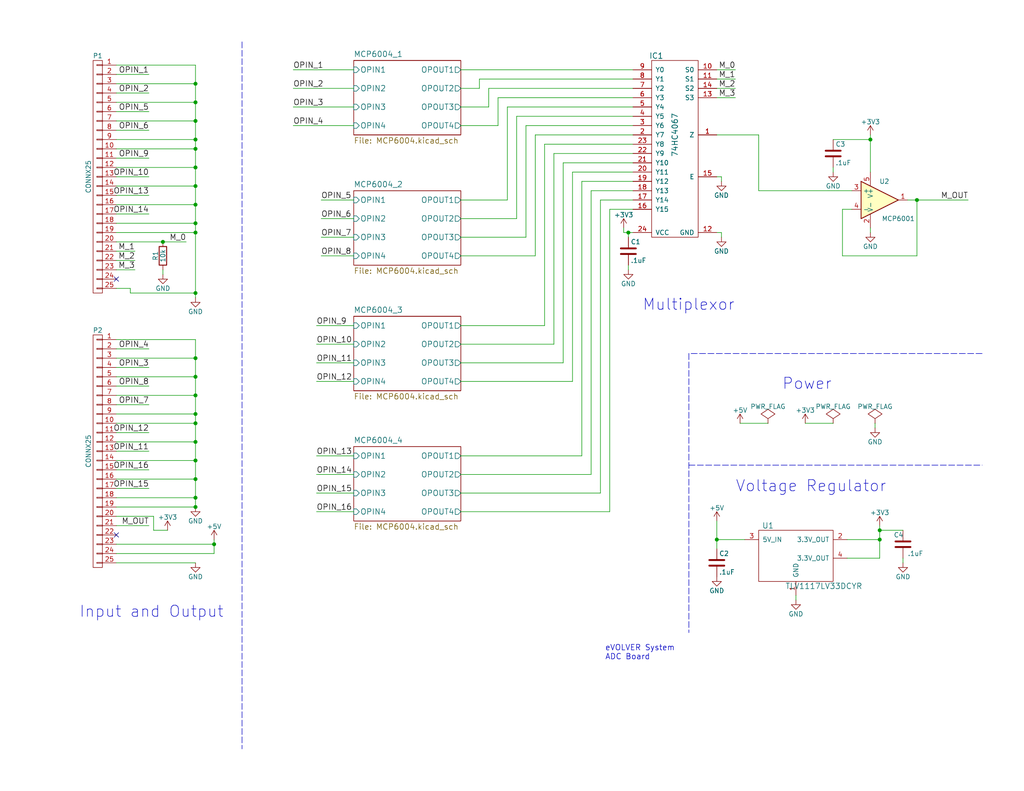
<source format=kicad_sch>
(kicad_sch (version 20211123) (generator eeschema)
  (paper "USLetter")
  (lib_symbols
    (symbol "ADC:0705430024" (pin_names (offset 1.016) hide)
      (property "Reference" "P" (at 0 33.02 0))
      (property "Value" "ADC_0705430024" (at 2.54 0 90))
      (symbol "0705430024_0_1"
        (rectangle (start -1.27 -31.75) (end 1.27 31.75))
        (rectangle (start -1.27 -30.353) (end 0.254 -30.607))
        (rectangle (start -1.27 -27.813) (end 0.254 -28.067))
        (rectangle (start -1.27 -25.273) (end 0.254 -25.527))
        (rectangle (start -1.27 -22.733) (end 0.254 -22.987))
        (rectangle (start -1.27 -20.193) (end 0.254 -20.447))
        (rectangle (start -1.27 -17.653) (end 0.254 -17.907))
        (rectangle (start -1.27 -15.113) (end 0.254 -15.367))
        (rectangle (start -1.27 -12.573) (end 0.254 -12.827))
        (rectangle (start -1.27 -10.033) (end 0.254 -10.287))
        (rectangle (start -1.27 -7.493) (end 0.254 -7.747))
        (rectangle (start -1.27 -4.953) (end 0.254 -5.207))
        (rectangle (start -1.27 -2.413) (end 0.254 -2.667))
        (rectangle (start -1.27 0.127) (end 0.254 -0.127))
        (rectangle (start -1.27 2.667) (end 0.254 2.413))
        (rectangle (start -1.27 5.207) (end 0.254 4.953))
        (rectangle (start -1.27 7.747) (end 0.254 7.493))
        (rectangle (start -1.27 10.287) (end 0.254 10.033))
        (rectangle (start -1.27 12.827) (end 0.254 12.573))
        (rectangle (start -1.27 15.367) (end 0.254 15.113))
        (rectangle (start -1.27 17.907) (end 0.254 17.653))
        (rectangle (start -1.27 20.447) (end 0.254 20.193))
        (rectangle (start -1.27 22.987) (end 0.254 22.733))
        (rectangle (start -1.27 25.527) (end 0.254 25.273))
        (rectangle (start -1.27 28.067) (end 0.254 27.813))
        (rectangle (start -1.27 30.607) (end 0.254 30.353))
      )
      (symbol "0705430024_1_1"
        (pin passive line (at -5.08 30.48 0) (length 3.81) (name "P1") (number "1"))
        (pin passive line (at -5.08 7.62 0) (length 3.81) (name "P10") (number "10"))
        (pin passive line (at -5.08 5.08 0) (length 3.81) (name "P11") (number "11"))
        (pin passive line (at -5.08 2.54 0) (length 3.81) (name "P12") (number "12"))
        (pin passive line (at -5.08 0 0) (length 3.81) (name "P13") (number "13"))
        (pin passive line (at -5.08 -2.54 0) (length 3.81) (name "P14") (number "14"))
        (pin passive line (at -5.08 -5.08 0) (length 3.81) (name "P15") (number "15"))
        (pin passive line (at -5.08 -7.62 0) (length 3.81) (name "P16") (number "16"))
        (pin passive line (at -5.08 -10.16 0) (length 3.81) (name "P17") (number "17"))
        (pin passive line (at -5.08 -12.7 0) (length 3.81) (name "P18") (number "18"))
        (pin passive line (at -5.08 -15.24 0) (length 3.81) (name "P19") (number "19"))
        (pin passive line (at -5.08 27.94 0) (length 3.81) (name "P2") (number "2"))
        (pin passive line (at -5.08 -17.78 0) (length 3.81) (name "P20") (number "20"))
        (pin passive line (at -5.08 -20.32 0) (length 3.81) (name "P21") (number "21"))
        (pin passive line (at -5.08 -22.86 0) (length 3.81) (name "P22") (number "22"))
        (pin passive line (at -5.08 -25.4 0) (length 3.81) (name "P23") (number "23"))
        (pin passive line (at -5.08 -27.94 0) (length 3.81) (name "P24") (number "24"))
        (pin passive line (at -5.08 -30.48 0) (length 3.81) (name "P25") (number "25"))
        (pin passive line (at -5.08 25.4 0) (length 3.81) (name "P3") (number "3"))
        (pin passive line (at -5.08 22.86 0) (length 3.81) (name "P4") (number "4"))
        (pin passive line (at -5.08 20.32 0) (length 3.81) (name "P5") (number "5"))
        (pin passive line (at -5.08 17.78 0) (length 3.81) (name "P6") (number "6"))
        (pin passive line (at -5.08 15.24 0) (length 3.81) (name "P7") (number "7"))
        (pin passive line (at -5.08 12.7 0) (length 3.81) (name "P8") (number "8"))
        (pin passive line (at -5.08 10.16 0) (length 3.81) (name "P9") (number "9"))
      )
    )
    (symbol "ADC:74HC4067" (pin_names (offset 1.016))
      (property "Reference" "IC" (at -5.08 21.59 0))
      (property "Value" "ADC_74HC4067" (at 0 0 90))
      (symbol "74HC4067_0_1"
        (rectangle (start 6.35 20.32) (end -6.35 -27.94))
      )
      (symbol "74HC4067_1_1"
        (pin passive line (at 11.43 0 180) (length 5.08) (name "Z") (number "1"))
        (pin passive line (at 11.43 17.78 180) (length 5.08) (name "S0") (number "10"))
        (pin passive line (at 11.43 15.24 180) (length 5.08) (name "S1") (number "11"))
        (pin passive line (at 11.43 -26.67 180) (length 5.08) (name "GND") (number "12"))
        (pin passive line (at 11.43 10.16 180) (length 5.08) (name "S3") (number "13"))
        (pin passive line (at 11.43 12.7 180) (length 5.08) (name "S2") (number "14"))
        (pin passive line (at 11.43 -11.43 180) (length 5.08) (name "E") (number "15"))
        (pin passive line (at -11.43 -20.32 0) (length 5.08) (name "Y15") (number "16"))
        (pin passive line (at -11.43 -17.78 0) (length 5.08) (name "Y14") (number "17"))
        (pin passive line (at -11.43 -15.24 0) (length 5.08) (name "Y13") (number "18"))
        (pin passive line (at -11.43 -12.7 0) (length 5.08) (name "Y12") (number "19"))
        (pin passive line (at -11.43 0 0) (length 5.08) (name "Y7") (number "2"))
        (pin passive line (at -11.43 -10.16 0) (length 5.08) (name "Y11") (number "20"))
        (pin passive line (at -11.43 -7.62 0) (length 5.08) (name "Y10") (number "21"))
        (pin passive line (at -11.43 -5.08 0) (length 5.08) (name "Y9") (number "22"))
        (pin passive line (at -11.43 -2.54 0) (length 5.08) (name "Y8") (number "23"))
        (pin input line (at -11.43 -26.67 0) (length 5.08) (name "VCC") (number "24"))
        (pin passive line (at -11.43 2.54 0) (length 5.08) (name "Y6") (number "3"))
        (pin passive line (at -11.43 5.08 0) (length 5.08) (name "Y5") (number "4"))
        (pin passive line (at -11.43 7.62 0) (length 5.08) (name "Y4") (number "5"))
        (pin passive line (at -11.43 10.16 0) (length 5.08) (name "Y3") (number "6"))
        (pin passive line (at -11.43 12.7 0) (length 5.08) (name "Y2") (number "7"))
        (pin passive line (at -11.43 15.24 0) (length 5.08) (name "Y1") (number "8"))
        (pin passive line (at -11.43 17.78 0) (length 5.08) (name "Y0") (number "9"))
      )
    )
    (symbol "ADC:C" (pin_numbers hide) (pin_names (offset 0.254))
      (property "Reference" "C" (at 0.635 2.54 0))
      (property "Value" "ADC_C" (at 0.635 -2.54 0))
      (symbol "C_0_1"
        (polyline (pts (xy -2.032 -0.762) (xy 2.032 -0.762)) (stroke (width 0.508)))
        (polyline (pts (xy -2.032 0.762) (xy 2.032 0.762)) (stroke (width 0.508)))
      )
      (symbol "C_1_1"
        (pin passive line (at 0 3.81 270) (length 2.794) (name "~") (number "1"))
        (pin passive line (at 0 -3.81 90) (length 2.794) (name "~") (number "2"))
      )
    )
    (symbol "ADC:MCP6001"
      (property "Reference" "U" (at 1.27 5.08 0))
      (property "Value" "ADC_MCP6001" (at 5.08 -5.08 0))
      (symbol "MCP6001_0_1"
        (polyline (pts (xy -5.08 5.08) (xy 5.08 0) (xy -5.08 -5.08) (xy -5.08 5.08)) (stroke (width 0.254)) (fill (type background)))
      )
      (symbol "MCP6001_1_1"
        (pin output line (at 7.62 0 180) (length 2.54) (name "~") (number "1"))
        (pin input line (at -2.54 -7.62 90) (length 3.81) (name "V-") (number "2"))
        (pin input line (at -7.62 2.54 0) (length 2.54) (name "+") (number "3"))
        (pin input line (at -7.62 -2.54 0) (length 2.54) (name "-") (number "4"))
        (pin input line (at -2.54 7.62 270) (length 3.81) (name "V+") (number "5"))
      )
    )
    (symbol "ADC:R" (pin_numbers hide) (pin_names (offset 0))
      (property "Reference" "R" (at 2.032 0 90))
      (property "Value" "ADC_R" (at 0 0 90))
      (symbol "R_0_1"
        (rectangle (start -1.016 -2.54) (end 1.016 2.54) (stroke (width 0.254)))
      )
      (symbol "R_1_1"
        (pin passive line (at 0 3.81 270) (length 1.27) (name "~") (number "1"))
        (pin passive line (at 0 -3.81 90) (length 1.27) (name "~") (number "2"))
      )
    )
    (symbol "ADC:TLV117LV33" (pin_names (offset 1.016))
      (property "Reference" "U" (at -7.62 8.89 0))
      (property "Value" "ADC_TLV117LV33" (at -2.54 -15.24 0))
      (symbol "TLV117LV33_0_1"
        (rectangle (start -10.16 7.62) (end 10.16 -6.35))
        (pin power_in line (at 0 -10.16 90) (length 3.81) (name "GND") (number "1"))
        (pin power_in line (at 13.97 5.08 180) (length 3.81) (name "3.3V_OUT") (number "2"))
        (pin power_in line (at -13.97 5.08 0) (length 3.81) (name "5V_IN") (number "3"))
        (pin power_in line (at 13.97 0 180) (length 3.81) (name "3.3V_OUT") (number "4"))
      )
    )
    (symbol "power1:+3.3V" (power) (pin_names (offset 0))
      (property "Value" "power1_+3.3V" (at 0 3.556 0))
      (symbol "+3.3V_0_1"
        (polyline (pts (xy -0.762 1.27) (xy 0 2.54)))
        (polyline (pts (xy 0 0) (xy 0 2.54)))
        (polyline (pts (xy 0 2.54) (xy 0.762 1.27)))
      )
      (symbol "+3.3V_1_1"
        (pin power_in line (at 0 0 90) (length 0) hide (name "+3V3") (number "1"))
      )
    )
    (symbol "power1:+5V" (power) (pin_names (offset 0))
      (property "Value" "power1_+5V" (at 0 3.556 0))
      (symbol "+5V_0_1"
        (polyline (pts (xy -0.762 1.27) (xy 0 2.54)))
        (polyline (pts (xy 0 0) (xy 0 2.54)))
        (polyline (pts (xy 0 2.54) (xy 0.762 1.27)))
      )
      (symbol "+5V_1_1"
        (pin power_in line (at 0 0 90) (length 0) hide (name "+5V") (number "1"))
      )
    )
    (symbol "power1:GND" (power) (pin_names (offset 0))
      (property "Value" "power1_GND" (at 0 -3.81 0))
      (symbol "GND_0_1"
        (polyline (pts (xy 0 0) (xy 0 -1.27) (xy 1.27 -1.27) (xy 0 -2.54) (xy -1.27 -1.27) (xy 0 -1.27)))
      )
      (symbol "GND_1_1"
        (pin power_in line (at 0 0 270) (length 0) hide (name "GND") (number "1"))
      )
    )
    (symbol "power1:PWR_FLAG" (power) (pin_numbers hide) (pin_names (offset 0) hide)
      (property "Value" "power1_PWR_FLAG" (at 0 4.572 0))
      (symbol "PWR_FLAG_0_0"
        (pin power_out line (at 0 0 90) (length 0) (name "pwr") (number "1"))
      )
      (symbol "PWR_FLAG_0_1"
        (polyline (pts (xy 0 0) (xy 0 1.27) (xy -1.905 2.54) (xy 0 3.81) (xy 1.905 2.54) (xy 0 1.27)))
      )
    )
  )
  (junction (at 44.45 66.04))
  (junction (at 53.34 27.94))
  (junction (at 53.34 63.5))
  (junction (at 58.42 148.59))
  (junction (at 53.34 22.86))
  (junction (at 240.03 144.78))
  (junction (at 53.34 40.64))
  (junction (at 53.34 55.88))
  (junction (at 53.34 38.1))
  (junction (at 53.34 50.8))
  (junction (at 53.34 115.57))
  (junction (at 53.34 97.79))
  (junction (at 53.34 107.95))
  (junction (at 240.03 147.32))
  (junction (at 250.19 54.61))
  (junction (at 53.34 130.81))
  (junction (at 53.34 113.03))
  (junction (at 53.34 135.89))
  (junction (at 53.34 60.96))
  (junction (at 53.34 33.02))
  (junction (at 195.58 147.32))
  (junction (at 53.34 102.87))
  (junction (at 237.49 38.1))
  (junction (at 53.34 80.01))
  (junction (at 53.34 120.65))
  (junction (at 53.34 138.43))
  (junction (at 53.34 125.73))
  (junction (at 53.34 45.72))
  (junction (at 171.45 63.5))
  (no_connect (at 31.75 146.05))
  (no_connect (at 31.75 76.2))
  (wire (pts (xy 53.34 107.95) (xy 53.34 113.03)))
  (wire (pts (xy 125.73 88.9) (xy 148.59 88.9)))
  (wire (pts (xy 31.75 148.59) (xy 58.42 148.59)))
  (wire (pts (xy 146.05 36.83) (xy 172.72 36.83)))
  (wire (pts (xy 53.34 130.81) (xy 53.34 135.89)))
  (wire (pts (xy 143.51 64.77) (xy 125.73 64.77)))
  (wire (pts (xy 31.75 115.57) (xy 53.34 115.57)))
  (wire (pts (xy 53.34 120.65) (xy 31.75 120.65)))
  (wire (pts (xy 53.34 33.02) (xy 31.75 33.02)))
  (wire (pts (xy 53.34 115.57) (xy 53.34 120.65)))
  (wire (pts (xy 53.34 50.8) (xy 53.34 55.88)))
  (wire (pts (xy 195.58 19.05) (xy 200.66 19.05)))
  (wire (pts (xy 31.75 73.66) (xy 36.83 73.66)))
  (wire (pts (xy 158.75 49.53) (xy 158.75 124.46)))
  (wire (pts (xy 44.45 66.04) (xy 50.8 66.04)))
  (wire (pts (xy 237.49 38.1) (xy 237.49 46.99)))
  (wire (pts (xy 140.97 59.69) (xy 140.97 31.75)))
  (wire (pts (xy 31.75 25.4) (xy 40.64 25.4)))
  (wire (pts (xy 31.75 105.41) (xy 40.64 105.41)))
  (wire (pts (xy 53.34 113.03) (xy 31.75 113.03)))
  (wire (pts (xy 53.34 125.73) (xy 53.34 130.81)))
  (wire (pts (xy 195.58 36.83) (xy 207.01 36.83)))
  (wire (pts (xy 53.34 138.43) (xy 31.75 138.43)))
  (wire (pts (xy 219.71 115.57) (xy 227.33 115.57)))
  (wire (pts (xy 229.87 57.15) (xy 229.87 69.85)))
  (wire (pts (xy 148.59 88.9) (xy 148.59 39.37)))
  (wire (pts (xy 53.34 38.1) (xy 31.75 38.1)))
  (wire (pts (xy 53.34 130.81) (xy 31.75 130.81)))
  (wire (pts (xy 53.34 45.72) (xy 53.34 50.8)))
  (wire (pts (xy 53.34 27.94) (xy 53.34 33.02)))
  (wire (pts (xy 138.43 54.61) (xy 138.43 29.21)))
  (wire (pts (xy 31.75 118.11) (xy 40.64 118.11)))
  (wire (pts (xy 227.33 45.72) (xy 227.33 46.99)))
  (wire (pts (xy 207.01 52.07) (xy 232.41 52.07)))
  (wire (pts (xy 196.85 63.5) (xy 196.85 64.77)))
  (wire (pts (xy 87.63 64.77) (xy 96.52 64.77)))
  (wire (pts (xy 53.34 63.5) (xy 53.34 80.01)))
  (wire (pts (xy 125.73 19.05) (xy 172.72 19.05)))
  (wire (pts (xy 58.42 151.13) (xy 31.75 151.13)))
  (polyline (pts (xy 267.97 96.52) (xy 187.96 96.52)))
  (wire (pts (xy 31.75 133.35) (xy 40.64 133.35)))
  (wire (pts (xy 171.45 63.5) (xy 172.72 63.5)))
  (wire (pts (xy 195.58 63.5) (xy 196.85 63.5)))
  (wire (pts (xy 163.83 134.62) (xy 163.83 54.61)))
  (wire (pts (xy 143.51 34.29) (xy 143.51 64.77)))
  (wire (pts (xy 96.52 139.7) (xy 86.36 139.7)))
  (wire (pts (xy 36.83 68.58) (xy 31.75 68.58)))
  (wire (pts (xy 53.34 33.02) (xy 53.34 38.1)))
  (wire (pts (xy 125.73 104.14) (xy 156.21 104.14)))
  (wire (pts (xy 156.21 46.99) (xy 172.72 46.99)))
  (wire (pts (xy 125.73 93.98) (xy 151.13 93.98)))
  (wire (pts (xy 217.17 162.56) (xy 217.17 163.83)))
  (wire (pts (xy 96.52 69.85) (xy 87.63 69.85)))
  (wire (pts (xy 153.67 44.45) (xy 172.72 44.45)))
  (wire (pts (xy 87.63 59.69) (xy 96.52 59.69)))
  (wire (pts (xy 53.34 135.89) (xy 31.75 135.89)))
  (wire (pts (xy 31.75 100.33) (xy 40.64 100.33)))
  (wire (pts (xy 41.91 140.97) (xy 41.91 144.78)))
  (wire (pts (xy 247.65 54.61) (xy 250.19 54.61)))
  (wire (pts (xy 53.34 102.87) (xy 53.34 107.95)))
  (wire (pts (xy 80.01 29.21) (xy 96.52 29.21)))
  (wire (pts (xy 41.91 144.78) (xy 45.72 144.78)))
  (wire (pts (xy 151.13 93.98) (xy 151.13 41.91)))
  (wire (pts (xy 130.81 21.59) (xy 172.72 21.59)))
  (wire (pts (xy 240.03 147.32) (xy 240.03 152.4)))
  (wire (pts (xy 250.19 54.61) (xy 264.16 54.61)))
  (wire (pts (xy 53.34 38.1) (xy 53.34 40.64)))
  (polyline (pts (xy 187.96 127) (xy 267.97 127)))
  (wire (pts (xy 133.35 29.21) (xy 133.35 24.13)))
  (wire (pts (xy 31.75 35.56) (xy 40.64 35.56)))
  (wire (pts (xy 53.34 102.87) (xy 31.75 102.87)))
  (wire (pts (xy 53.34 125.73) (xy 31.75 125.73)))
  (wire (pts (xy 237.49 36.83) (xy 237.49 38.1)))
  (wire (pts (xy 31.75 153.67) (xy 53.34 153.67)))
  (wire (pts (xy 86.36 124.46) (xy 96.52 124.46)))
  (wire (pts (xy 125.73 59.69) (xy 140.97 59.69)))
  (wire (pts (xy 44.45 73.66) (xy 44.45 74.93)))
  (wire (pts (xy 237.49 38.1) (xy 227.33 38.1)))
  (wire (pts (xy 53.34 97.79) (xy 53.34 102.87)))
  (wire (pts (xy 140.97 31.75) (xy 172.72 31.75)))
  (wire (pts (xy 31.75 66.04) (xy 44.45 66.04)))
  (wire (pts (xy 229.87 69.85) (xy 250.19 69.85)))
  (wire (pts (xy 35.56 80.01) (xy 53.34 80.01)))
  (wire (pts (xy 238.76 116.84) (xy 238.76 115.57)))
  (wire (pts (xy 53.34 80.01) (xy 53.34 81.28)))
  (wire (pts (xy 31.75 78.74) (xy 35.56 78.74)))
  (wire (pts (xy 207.01 36.83) (xy 207.01 52.07)))
  (wire (pts (xy 86.36 88.9) (xy 96.52 88.9)))
  (wire (pts (xy 53.34 55.88) (xy 31.75 55.88)))
  (wire (pts (xy 31.75 123.19) (xy 40.64 123.19)))
  (wire (pts (xy 171.45 72.39) (xy 171.45 73.66)))
  (wire (pts (xy 240.03 143.51) (xy 240.03 144.78)))
  (wire (pts (xy 58.42 148.59) (xy 58.42 151.13)))
  (wire (pts (xy 86.36 93.98) (xy 96.52 93.98)))
  (wire (pts (xy 31.75 92.71) (xy 53.34 92.71)))
  (wire (pts (xy 172.72 34.29) (xy 143.51 34.29)))
  (wire (pts (xy 53.34 45.72) (xy 31.75 45.72)))
  (wire (pts (xy 53.34 92.71) (xy 53.34 97.79)))
  (wire (pts (xy 163.83 54.61) (xy 172.72 54.61)))
  (wire (pts (xy 153.67 99.06) (xy 153.67 44.45)))
  (wire (pts (xy 87.63 54.61) (xy 96.52 54.61)))
  (polyline (pts (xy 187.96 96.52) (xy 187.96 172.72)))
  (wire (pts (xy 86.36 99.06) (xy 96.52 99.06)))
  (wire (pts (xy 53.34 22.86) (xy 53.34 27.94)))
  (wire (pts (xy 31.75 43.18) (xy 40.64 43.18)))
  (wire (pts (xy 31.75 128.27) (xy 40.64 128.27)))
  (wire (pts (xy 161.29 129.54) (xy 125.73 129.54)))
  (wire (pts (xy 201.93 115.57) (xy 209.55 115.57)))
  (wire (pts (xy 158.75 124.46) (xy 125.73 124.46)))
  (wire (pts (xy 31.75 95.25) (xy 40.64 95.25)))
  (wire (pts (xy 53.34 107.95) (xy 31.75 107.95)))
  (wire (pts (xy 53.34 50.8) (xy 31.75 50.8)))
  (wire (pts (xy 125.73 54.61) (xy 138.43 54.61)))
  (wire (pts (xy 80.01 19.05) (xy 96.52 19.05)))
  (wire (pts (xy 125.73 134.62) (xy 163.83 134.62)))
  (wire (pts (xy 246.38 152.4) (xy 246.38 153.67)))
  (wire (pts (xy 53.34 135.89) (xy 53.34 138.43)))
  (wire (pts (xy 166.37 57.15) (xy 166.37 139.7)))
  (wire (pts (xy 125.73 99.06) (xy 153.67 99.06)))
  (wire (pts (xy 250.19 69.85) (xy 250.19 54.61)))
  (wire (pts (xy 53.34 40.64) (xy 31.75 40.64)))
  (wire (pts (xy 53.34 120.65) (xy 53.34 125.73)))
  (wire (pts (xy 135.89 34.29) (xy 135.89 26.67)))
  (wire (pts (xy 172.72 52.07) (xy 161.29 52.07)))
  (wire (pts (xy 156.21 104.14) (xy 156.21 46.99)))
  (polyline (pts (xy 66.04 11.43) (xy 66.04 204.47)))
  (wire (pts (xy 86.36 129.54) (xy 96.52 129.54)))
  (wire (pts (xy 148.59 39.37) (xy 172.72 39.37)))
  (wire (pts (xy 125.73 34.29) (xy 135.89 34.29)))
  (wire (pts (xy 53.34 60.96) (xy 53.34 63.5)))
  (wire (pts (xy 232.41 57.15) (xy 229.87 57.15)))
  (wire (pts (xy 31.75 17.78) (xy 53.34 17.78)))
  (wire (pts (xy 146.05 69.85) (xy 146.05 36.83)))
  (wire (pts (xy 195.58 21.59) (xy 200.66 21.59)))
  (wire (pts (xy 125.73 24.13) (xy 130.81 24.13)))
  (wire (pts (xy 240.03 144.78) (xy 240.03 147.32)))
  (wire (pts (xy 31.75 58.42) (xy 40.64 58.42)))
  (wire (pts (xy 31.75 22.86) (xy 53.34 22.86)))
  (wire (pts (xy 237.49 62.23) (xy 237.49 63.5)))
  (wire (pts (xy 53.34 63.5) (xy 31.75 63.5)))
  (wire (pts (xy 53.34 60.96) (xy 31.75 60.96)))
  (wire (pts (xy 96.52 34.29) (xy 80.01 34.29)))
  (wire (pts (xy 125.73 69.85) (xy 146.05 69.85)))
  (wire (pts (xy 161.29 52.07) (xy 161.29 129.54)))
  (wire (pts (xy 53.34 17.78) (xy 53.34 22.86)))
  (wire (pts (xy 196.85 48.26) (xy 196.85 49.53)))
  (wire (pts (xy 172.72 49.53) (xy 158.75 49.53)))
  (wire (pts (xy 86.36 134.62) (xy 96.52 134.62)))
  (wire (pts (xy 31.75 48.26) (xy 40.64 48.26)))
  (wire (pts (xy 195.58 147.32) (xy 195.58 149.86)))
  (wire (pts (xy 31.75 30.48) (xy 40.64 30.48)))
  (wire (pts (xy 240.03 152.4) (xy 231.14 152.4)))
  (wire (pts (xy 170.18 63.5) (xy 171.45 63.5)))
  (wire (pts (xy 31.75 71.12) (xy 36.83 71.12)))
  (wire (pts (xy 171.45 63.5) (xy 171.45 64.77)))
  (wire (pts (xy 31.75 97.79) (xy 53.34 97.79)))
  (wire (pts (xy 53.34 55.88) (xy 53.34 60.96)))
  (wire (pts (xy 133.35 24.13) (xy 172.72 24.13)))
  (wire (pts (xy 53.34 27.94) (xy 31.75 27.94)))
  (wire (pts (xy 80.01 24.13) (xy 96.52 24.13)))
  (wire (pts (xy 53.34 113.03) (xy 53.34 115.57)))
  (wire (pts (xy 96.52 104.14) (xy 86.36 104.14)))
  (wire (pts (xy 195.58 147.32) (xy 203.2 147.32)))
  (wire (pts (xy 231.14 147.32) (xy 240.03 147.32)))
  (wire (pts (xy 31.75 140.97) (xy 41.91 140.97)))
  (wire (pts (xy 125.73 29.21) (xy 133.35 29.21)))
  (wire (pts (xy 31.75 143.51) (xy 40.64 143.51)))
  (wire (pts (xy 151.13 41.91) (xy 172.72 41.91)))
  (wire (pts (xy 135.89 26.67) (xy 172.72 26.67)))
  (wire (pts (xy 31.75 20.32) (xy 40.64 20.32)))
  (wire (pts (xy 200.66 24.13) (xy 195.58 24.13)))
  (wire (pts (xy 170.18 63.5) (xy 170.18 62.23)))
  (wire (pts (xy 125.73 139.7) (xy 166.37 139.7)))
  (wire (pts (xy 35.56 78.74) (xy 35.56 80.01)))
  (wire (pts (xy 53.34 40.64) (xy 53.34 45.72)))
  (wire (pts (xy 195.58 26.67) (xy 200.66 26.67)))
  (wire (pts (xy 31.75 110.49) (xy 40.64 110.49)))
  (wire (pts (xy 240.03 144.78) (xy 246.38 144.78)))
  (wire (pts (xy 195.58 48.26) (xy 196.85 48.26)))
  (wire (pts (xy 130.81 24.13) (xy 130.81 21.59)))
  (wire (pts (xy 31.75 53.34) (xy 40.64 53.34)))
  (wire (pts (xy 58.42 147.32) (xy 58.42 148.59)))
  (wire (pts (xy 138.43 29.21) (xy 172.72 29.21)))
  (wire (pts (xy 172.72 57.15) (xy 166.37 57.15)))
  (wire (pts (xy 195.58 142.24) (xy 195.58 147.32)))
  (text "eVOLVER System\nADC Board" (at 165.1 180.34 0) (effects (font (size 1.524 1.524)) (justify left bottom)))
  (text "Input and Output\n" (at 21.59 168.91 0) (effects (font (size 3.048 3.048)) (justify left bottom)))
  (text "Multiplexor" (at 175.26 85.09 0) (effects (font (size 3.048 3.048)) (justify left bottom)))
  (text "Voltage Regulator" (at 200.66 134.62 0) (effects (font (size 3.048 3.048)) (justify left bottom)))
  (text "Power" (at 213.36 106.68 0) (effects (font (size 3.048 3.048)) (justify left bottom)))
  (label "OPIN_16" (at 86.36 139.7 0) (effects (font (size 1.524 1.524))))
  (label "OPIN_10" (at 40.64 48.26 180) (effects (font (size 1.524 1.524))))
  (label "OPIN_11" (at 40.64 123.19 180) (effects (font (size 1.524 1.524))))
  (label "OPIN_1" (at 80.01 19.05 0) (effects (font (size 1.524 1.524))))
  (label "OPIN_8" (at 87.63 69.85 0) (effects (font (size 1.524 1.524))))
  (label "OPIN_16" (at 40.64 128.27 180) (effects (font (size 1.524 1.524))))
  (label "OPIN_3" (at 40.64 100.33 180) (effects (font (size 1.524 1.524))))
  (label "OPIN_12" (at 86.36 104.14 0) (effects (font (size 1.524 1.524))))
  (label "OPIN_12" (at 40.64 118.11 180) (effects (font (size 1.524 1.524))))
  (label "M_0" (at 200.66 19.05 180) (effects (font (size 1.524 1.524))))
  (label "OPIN_6" (at 87.63 59.69 0) (effects (font (size 1.524 1.524))))
  (label "OPIN_1" (at 40.64 20.32 180) (effects (font (size 1.524 1.524))))
  (label "OPIN_7" (at 87.63 64.77 0) (effects (font (size 1.524 1.524))))
  (label "OPIN_4" (at 40.64 95.25 180) (effects (font (size 1.524 1.524))))
  (label "OPIN_13" (at 86.36 124.46 0) (effects (font (size 1.524 1.524))))
  (label "OPIN_6" (at 40.64 35.56 180) (effects (font (size 1.524 1.524))))
  (label "OPIN_9" (at 86.36 88.9 0) (effects (font (size 1.524 1.524))))
  (label "M_3" (at 36.83 73.66 180) (effects (font (size 1.524 1.524))))
  (label "OPIN_4" (at 80.01 34.29 0) (effects (font (size 1.524 1.524))))
  (label "OPIN_13" (at 40.64 53.34 180) (effects (font (size 1.524 1.524))))
  (label "M_1" (at 200.66 21.59 180) (effects (font (size 1.524 1.524))))
  (label "OPIN_14" (at 40.64 58.42 180) (effects (font (size 1.524 1.524))))
  (label "OPIN_5" (at 87.63 54.61 0) (effects (font (size 1.524 1.524))))
  (label "M_0" (at 50.8 66.04 180) (effects (font (size 1.524 1.524))))
  (label "M_OUT" (at 40.64 143.51 180) (effects (font (size 1.524 1.524))))
  (label "OPIN_14" (at 86.36 129.54 0) (effects (font (size 1.524 1.524))))
  (label "OPIN_8" (at 40.64 105.41 180) (effects (font (size 1.524 1.524))))
  (label "OPIN_7" (at 40.64 110.49 180) (effects (font (size 1.524 1.524))))
  (label "OPIN_3" (at 80.01 29.21 0) (effects (font (size 1.524 1.524))))
  (label "M_1" (at 36.83 68.58 180) (effects (font (size 1.524 1.524))))
  (label "M_2" (at 36.83 71.12 180) (effects (font (size 1.524 1.524))))
  (label "OPIN_10" (at 86.36 93.98 0) (effects (font (size 1.524 1.524))))
  (label "OPIN_5" (at 40.64 30.48 180) (effects (font (size 1.524 1.524))))
  (label "M_OUT" (at 264.16 54.61 180) (effects (font (size 1.524 1.524))))
  (label "OPIN_2" (at 80.01 24.13 0) (effects (font (size 1.524 1.524))))
  (label "OPIN_2" (at 40.64 25.4 180) (effects (font (size 1.524 1.524))))
  (label "OPIN_11" (at 86.36 99.06 0) (effects (font (size 1.524 1.524))))
  (label "M_3" (at 200.66 26.67 180) (effects (font (size 1.524 1.524))))
  (label "M_2" (at 200.66 24.13 180) (effects (font (size 1.524 1.524))))
  (label "OPIN_9" (at 40.64 43.18 180) (effects (font (size 1.524 1.524))))
  (label "OPIN_15" (at 86.36 134.62 0) (effects (font (size 1.524 1.524))))
  (label "OPIN_15" (at 40.64 133.35 180) (effects (font (size 1.524 1.524))))
  (symbol (lib_id "power1:+5V") (at 195.58 142.24 0) (unit 1)
    (property "Reference" "#PWR01" (effects hide))
    (property "Value" "+5V" (at 195.58 138.684 0))
  )
  (symbol (lib_id "power1:GND") (at 196.85 64.77 0) (unit 1)
    (property "Reference" "#PWR06" (effects hide))
    (property "Value" "GND" (at 196.85 68.58 0))
  )
  (symbol (lib_id "ADC:TLV117LV33") (at 217.17 152.4 0) (unit 1)
    (property "Reference" "U1" (at 209.55 143.51 0) (effects (font (size 1.524 1.524))))
    (property "Value" "TLV1117LV33DCYR" (at 224.79 160.02 0) (effects (font (size 1.524 1.524))))
    (property "Footprint" "ADC:TLV1117" (effects hide))
    (property "Catalog Number" "296-28778-1-ND" (effects hide))
    (property "Supplier Name" "Digi-Key" (effects hide))
  )
  (symbol (lib_id "power1:GND") (at 217.17 163.83 0) (unit 1)
    (property "Reference" "#PWR02" (effects hide))
    (property "Value" "GND" (at 217.17 167.64 0))
  )
  (symbol (lib_id "power1:+3.3V") (at 240.03 143.51 0) (unit 1)
    (property "Reference" "#PWR03" (effects hide))
    (property "Value" "+3.3V" (at 240.03 139.954 0))
  )
  (symbol (lib_id "ADC:C") (at 246.38 148.59 0) (unit 1)
    (property "Reference" "C4" (at 243.84 146.05 0) (effects (justify left)))
    (property "Value" ".1uF" (at 247.65 151.13 0) (effects (justify left)))
    (property "Footprint" "Capacitors_SMD:C_0402" (effects hide))
    (property "Catalog Number" "490-10777-6-ND" (effects hide))
    (property "Supplier Name" "Digi-Key" (effects hide))
  )
  (symbol (lib_id "power1:GND") (at 246.38 153.67 0) (unit 1)
    (property "Reference" "#PWR04" (effects hide))
    (property "Value" "GND" (at 246.38 157.48 0))
  )
  (symbol (lib_id "ADC:C") (at 195.58 153.67 0) (unit 1)
    (property "Reference" "C2" (at 196.215 151.13 0) (effects (justify left)))
    (property "Value" ".1uF" (at 196.215 156.21 0) (effects (justify left)))
    (property "Footprint" "Capacitors_SMD:C_0402" (effects hide))
    (property "Supplier Name" "Digi-Key" (effects hide))
  )
  (symbol (lib_id "power1:GND") (at 195.58 157.48 0) (unit 1)
    (property "Reference" "#PWR05" (effects hide))
    (property "Value" "GND" (at 195.58 161.29 0))
  )
  (symbol (lib_id "power1:GND") (at 53.34 153.67 0) (unit 1)
    (property "Reference" "#PWR010" (effects hide))
    (property "Value" "GND" (at 53.34 157.48 0))
  )
  (symbol (lib_id "power1:+5V") (at 58.42 147.32 0) (unit 1)
    (property "Reference" "#PWR09" (effects hide))
    (property "Value" "+5V" (at 58.42 143.764 0))
  )
  (symbol (lib_id "power1:GND") (at 53.34 138.43 0) (unit 1)
    (property "Reference" "#PWR08" (effects hide))
    (property "Value" "GND" (at 53.34 142.24 0))
  )
  (symbol (lib_id "power1:GND") (at 53.34 81.28 0) (unit 1)
    (property "Reference" "#PWR07" (effects hide))
    (property "Value" "GND" (at 53.34 85.09 0))
  )
  (symbol (lib_id "ADC:0705430024") (at 26.67 48.26 0) (mirror y) (unit 1)
    (property "Reference" "P1" (at 26.67 15.24 0))
    (property "Value" "CONNX25" (at 24.13 48.26 90))
    (property "Footprint" "mods-2:25_pin_10in" (effects hide))
    (property "Catalog Number" "ED10025-ND" (effects hide))
    (property "Supplier Name" "Digi-Key" (effects hide))
  )
  (symbol (lib_id "ADC:0705430024") (at 26.67 123.19 0) (mirror y) (unit 1)
    (property "Reference" "P2" (at 26.67 90.17 0))
    (property "Value" "CONNX25" (at 24.13 123.19 90))
    (property "Footprint" "mods-2:25_pin_10in" (effects hide))
    (property "Catalog Number" "ED6825-ND" (effects hide))
    (property "Supplier Name" "Digi-Key" (effects hide))
  )
  (symbol (lib_id "ADC:C") (at 227.33 41.91 0) (unit 1)
    (property "Reference" "C3" (at 227.965 39.37 0) (effects (justify left)))
    (property "Value" ".1uF" (at 227.965 44.45 0) (effects (justify left)))
    (property "Footprint" "Capacitors_SMD:C_0402" (effects hide))
    (property "Catalog Number" "490-10777-6-ND" (effects hide))
    (property "Supplier Name" "Digi-Key" (effects hide))
  )
  (symbol (lib_id "ADC:MCP6001") (at 240.03 54.61 0) (unit 1)
    (property "Reference" "U2" (at 241.3 49.53 0))
    (property "Value" "MCP6001" (at 245.11 59.69 0))
    (property "Footprint" "ADC:MCP6001" (effects hide))
    (property "Catalog Number" "MCP6001T-I/OTCT-ND" (effects hide))
    (property "Supplier Name" "Digi-Key" (effects hide))
  )
  (symbol (lib_id "power1:+3.3V") (at 170.18 62.23 0) (unit 1)
    (property "Reference" "#PWR017" (effects hide))
    (property "Value" "+3.3V" (at 170.18 58.674 0))
  )
  (symbol (lib_id "ADC:74HC4067") (at 184.15 36.83 0) (unit 1)
    (property "Reference" "IC1" (at 179.07 15.24 0) (effects (font (size 1.524 1.524))))
    (property "Value" "74HC4067" (at 184.15 36.83 90) (effects (font (size 1.524 1.524))))
    (property "Footprint" "ADC:74HC_HTC4067" (effects hide))
    (property "Catalog Number" "568-7641-1-ND" (effects hide))
    (property "Supplier Name" "Digi-Key" (effects hide))
  )
  (symbol (lib_id "power1:GND") (at 196.85 49.53 0) (unit 1)
    (property "Reference" "#PWR018" (effects hide))
    (property "Value" "GND" (at 196.85 53.34 0))
  )
  (symbol (lib_id "ADC:C") (at 171.45 68.58 0) (unit 1)
    (property "Reference" "C1" (at 172.085 66.04 0) (effects (justify left)))
    (property "Value" ".1uF" (at 172.085 71.12 0) (effects (justify left)))
    (property "Footprint" "Capacitors_SMD:C_0402" (effects hide))
    (property "Catalog Number" "490-10777-6-ND" (effects hide))
    (property "Supplier Name" "Digi-Key" (effects hide))
  )
  (symbol (lib_id "power1:GND") (at 171.45 73.66 0) (unit 1)
    (property "Reference" "#PWR019" (effects hide))
    (property "Value" "GND" (at 171.45 77.47 0))
  )
  (symbol (lib_id "power1:GND") (at 237.49 63.5 0) (unit 1)
    (property "Reference" "#PWR020" (effects hide))
    (property "Value" "GND" (at 237.49 67.31 0))
  )
  (symbol (lib_id "power1:+3.3V") (at 237.49 36.83 0) (unit 1)
    (property "Reference" "#PWR021" (effects hide))
    (property "Value" "+3.3V" (at 237.49 33.274 0))
  )
  (symbol (lib_id "power1:PWR_FLAG") (at 209.55 115.57 0) (unit 1)
    (property "Reference" "#FLG011" (effects hide))
    (property "Value" "PWR_FLAG" (at 209.55 110.998 0))
  )
  (symbol (lib_id "power1:PWR_FLAG") (at 227.33 115.57 0) (unit 1)
    (property "Reference" "#FLG012" (effects hide))
    (property "Value" "PWR_FLAG" (at 227.33 110.998 0))
  )
  (symbol (lib_id "power1:+5V") (at 201.93 115.57 0) (unit 1)
    (property "Reference" "#PWR013" (effects hide))
    (property "Value" "+5V" (at 201.93 112.014 0))
  )
  (symbol (lib_id "power1:+3.3V") (at 219.71 115.57 0) (unit 1)
    (property "Reference" "#PWR014" (effects hide))
    (property "Value" "+3.3V" (at 219.71 112.014 0))
  )
  (symbol (lib_id "power1:PWR_FLAG") (at 238.76 115.57 0) (unit 1)
    (property "Reference" "#FLG015" (effects hide))
    (property "Value" "PWR_FLAG" (at 238.76 110.998 0))
  )
  (symbol (lib_id "power1:GND") (at 238.76 116.84 0) (unit 1)
    (property "Reference" "#PWR016" (effects hide))
    (property "Value" "GND" (at 238.76 120.65 0))
  )
  (symbol (lib_id "power1:GND") (at 227.33 46.99 0) (unit 1)
    (property "Reference" "#PWR022" (effects hide))
    (property "Value" "GND" (at 227.33 50.8 0))
  )
  (symbol (lib_id "ADC:R") (at 44.45 69.85 180) (unit 1)
    (property "Reference" "R1" (at 42.418 69.85 90))
    (property "Value" "10k" (at 44.45 69.85 90))
    (property "Footprint" "Resistors_SMD:R_0402" (effects hide))
    (property "Catalog Number" "311-10KJRDKR-ND" (effects hide))
    (property "Supplier Name" "Digi-Key" (effects hide))
  )
  (symbol (lib_id "power1:GND") (at 44.45 74.93 0) (unit 1)
    (property "Reference" "#PWR023" (effects hide))
    (property "Value" "GND" (at 44.45 78.74 0))
  )
  (symbol (lib_id "power1:+3.3V") (at 45.72 144.78 0) (unit 1)
    (property "Reference" "#PWR024" (effects hide))
    (property "Value" "+3.3V" (at 45.72 141.224 0))
  )
  (sheet (at 96.52 16.51) (size 29.21 20.32)
    (property "Sheet name" "MCP6004_1" (at 96.52 15.6714 0) (effects (font (size 1.524 1.524)) (justify left bottom)))
    (property "Sheet file" "MCP6004.kicad_sch" (at 96.52 37.5162 0) (effects (font (size 1.524 1.524)) (justify left top)))
    (pin "OPIN1" input (at 96.52 19.05 180) (effects (font (size 1.524 1.524))))
    (pin "OPIN2" input (at 96.52 24.13 180) (effects (font (size 1.524 1.524))))
    (pin "OPIN3" input (at 96.52 29.21 180) (effects (font (size 1.524 1.524))))
    (pin "OPIN4" input (at 96.52 34.29 180) (effects (font (size 1.524 1.524))))
    (pin "OPOUT1" output (at 125.73 19.05 0) (effects (font (size 1.524 1.524))))
    (pin "OPOUT2" output (at 125.73 24.13 0) (effects (font (size 1.524 1.524))))
    (pin "OPOUT3" output (at 125.73 29.21 0) (effects (font (size 1.524 1.524))))
    (pin "OPOUT4" output (at 125.73 34.29 0) (effects (font (size 1.524 1.524))))
  )
  (sheet (at 96.52 52.07) (size 29.21 20.32)
    (property "Sheet name" "MCP6004_2" (at 96.52 51.2314 0) (effects (font (size 1.524 1.524)) (justify left bottom)))
    (property "Sheet file" "MCP6004.kicad_sch" (at 96.52 73.0762 0) (effects (font (size 1.524 1.524)) (justify left top)))
    (pin "OPIN1" input (at 96.52 54.61 180) (effects (font (size 1.524 1.524))))
    (pin "OPIN2" input (at 96.52 59.69 180) (effects (font (size 1.524 1.524))))
    (pin "OPIN3" input (at 96.52 64.77 180) (effects (font (size 1.524 1.524))))
    (pin "OPIN4" input (at 96.52 69.85 180) (effects (font (size 1.524 1.524))))
    (pin "OPOUT1" output (at 125.73 54.61 0) (effects (font (size 1.524 1.524))))
    (pin "OPOUT2" output (at 125.73 59.69 0) (effects (font (size 1.524 1.524))))
    (pin "OPOUT3" output (at 125.73 64.77 0) (effects (font (size 1.524 1.524))))
    (pin "OPOUT4" output (at 125.73 69.85 0) (effects (font (size 1.524 1.524))))
  )
  (sheet (at 96.52 86.36) (size 29.21 20.32)
    (property "Sheet name" "MCP6004_3" (at 96.52 85.5214 0) (effects (font (size 1.524 1.524)) (justify left bottom)))
    (property "Sheet file" "MCP6004.kicad_sch" (at 96.52 107.3662 0) (effects (font (size 1.524 1.524)) (justify left top)))
    (pin "OPIN1" input (at 96.52 88.9 180) (effects (font (size 1.524 1.524))))
    (pin "OPIN2" input (at 96.52 93.98 180) (effects (font (size 1.524 1.524))))
    (pin "OPIN3" input (at 96.52 99.06 180) (effects (font (size 1.524 1.524))))
    (pin "OPIN4" input (at 96.52 104.14 180) (effects (font (size 1.524 1.524))))
    (pin "OPOUT1" output (at 125.73 88.9 0) (effects (font (size 1.524 1.524))))
    (pin "OPOUT2" output (at 125.73 93.98 0) (effects (font (size 1.524 1.524))))
    (pin "OPOUT3" output (at 125.73 99.06 0) (effects (font (size 1.524 1.524))))
    (pin "OPOUT4" output (at 125.73 104.14 0) (effects (font (size 1.524 1.524))))
  )
  (sheet (at 96.52 121.92) (size 29.21 20.32)
    (property "Sheet name" "MCP6004_4" (at 96.52 121.0814 0) (effects (font (size 1.524 1.524)) (justify left bottom)))
    (property "Sheet file" "MCP6004.kicad_sch" (at 96.52 142.9262 0) (effects (font (size 1.524 1.524)) (justify left top)))
    (pin "OPIN1" input (at 96.52 124.46 180) (effects (font (size 1.524 1.524))))
    (pin "OPIN2" input (at 96.52 129.54 180) (effects (font (size 1.524 1.524))))
    (pin "OPIN3" input (at 96.52 134.62 180) (effects (font (size 1.524 1.524))))
    (pin "OPIN4" input (at 96.52 139.7 180) (effects (font (size 1.524 1.524))))
    (pin "OPOUT1" output (at 125.73 124.46 0) (effects (font (size 1.524 1.524))))
    (pin "OPOUT2" output (at 125.73 129.54 0) (effects (font (size 1.524 1.524))))
    (pin "OPOUT3" output (at 125.73 134.62 0) (effects (font (size 1.524 1.524))))
    (pin "OPOUT4" output (at 125.73 139.7 0) (effects (font (size 1.524 1.524))))
  )
)
</source>
